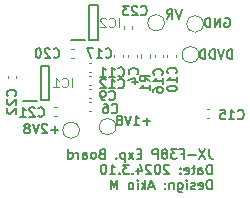
<source format=gbr>
%TF.GenerationSoftware,KiCad,Pcbnew,7.0.5*%
%TF.CreationDate,2024-03-10T15:58:08+09:00*%
%TF.ProjectId,camera_exp,63616d65-7261-45f6-9578-702e6b696361,rev?*%
%TF.SameCoordinates,Original*%
%TF.FileFunction,Legend,Bot*%
%TF.FilePolarity,Positive*%
%FSLAX46Y46*%
G04 Gerber Fmt 4.6, Leading zero omitted, Abs format (unit mm)*
G04 Created by KiCad (PCBNEW 7.0.5) date 2024-03-10 15:58:08*
%MOMM*%
%LPD*%
G01*
G04 APERTURE LIST*
%ADD10C,0.150000*%
%ADD11C,0.120000*%
%ADD12C,0.200000*%
G04 APERTURE END LIST*
D10*
X97882268Y-50218295D02*
X97882268Y-50789723D01*
X97882268Y-50789723D02*
X97920363Y-50904009D01*
X97920363Y-50904009D02*
X97996554Y-50980200D01*
X97996554Y-50980200D02*
X98110839Y-51018295D01*
X98110839Y-51018295D02*
X98187030Y-51018295D01*
X97577506Y-50218295D02*
X97044172Y-51018295D01*
X97044172Y-50218295D02*
X97577506Y-51018295D01*
X96739410Y-50713533D02*
X96129887Y-50713533D01*
X95482268Y-50599247D02*
X95748934Y-50599247D01*
X95748934Y-51018295D02*
X95748934Y-50218295D01*
X95748934Y-50218295D02*
X95367982Y-50218295D01*
X95139411Y-50218295D02*
X94644173Y-50218295D01*
X94644173Y-50218295D02*
X94910839Y-50523057D01*
X94910839Y-50523057D02*
X94796554Y-50523057D01*
X94796554Y-50523057D02*
X94720363Y-50561152D01*
X94720363Y-50561152D02*
X94682268Y-50599247D01*
X94682268Y-50599247D02*
X94644173Y-50675438D01*
X94644173Y-50675438D02*
X94644173Y-50865914D01*
X94644173Y-50865914D02*
X94682268Y-50942104D01*
X94682268Y-50942104D02*
X94720363Y-50980200D01*
X94720363Y-50980200D02*
X94796554Y-51018295D01*
X94796554Y-51018295D02*
X95025125Y-51018295D01*
X95025125Y-51018295D02*
X95101316Y-50980200D01*
X95101316Y-50980200D02*
X95139411Y-50942104D01*
X94187030Y-50561152D02*
X94263220Y-50523057D01*
X94263220Y-50523057D02*
X94301315Y-50484961D01*
X94301315Y-50484961D02*
X94339411Y-50408771D01*
X94339411Y-50408771D02*
X94339411Y-50370676D01*
X94339411Y-50370676D02*
X94301315Y-50294485D01*
X94301315Y-50294485D02*
X94263220Y-50256390D01*
X94263220Y-50256390D02*
X94187030Y-50218295D01*
X94187030Y-50218295D02*
X94034649Y-50218295D01*
X94034649Y-50218295D02*
X93958458Y-50256390D01*
X93958458Y-50256390D02*
X93920363Y-50294485D01*
X93920363Y-50294485D02*
X93882268Y-50370676D01*
X93882268Y-50370676D02*
X93882268Y-50408771D01*
X93882268Y-50408771D02*
X93920363Y-50484961D01*
X93920363Y-50484961D02*
X93958458Y-50523057D01*
X93958458Y-50523057D02*
X94034649Y-50561152D01*
X94034649Y-50561152D02*
X94187030Y-50561152D01*
X94187030Y-50561152D02*
X94263220Y-50599247D01*
X94263220Y-50599247D02*
X94301315Y-50637342D01*
X94301315Y-50637342D02*
X94339411Y-50713533D01*
X94339411Y-50713533D02*
X94339411Y-50865914D01*
X94339411Y-50865914D02*
X94301315Y-50942104D01*
X94301315Y-50942104D02*
X94263220Y-50980200D01*
X94263220Y-50980200D02*
X94187030Y-51018295D01*
X94187030Y-51018295D02*
X94034649Y-51018295D01*
X94034649Y-51018295D02*
X93958458Y-50980200D01*
X93958458Y-50980200D02*
X93920363Y-50942104D01*
X93920363Y-50942104D02*
X93882268Y-50865914D01*
X93882268Y-50865914D02*
X93882268Y-50713533D01*
X93882268Y-50713533D02*
X93920363Y-50637342D01*
X93920363Y-50637342D02*
X93958458Y-50599247D01*
X93958458Y-50599247D02*
X94034649Y-50561152D01*
X93539410Y-51018295D02*
X93539410Y-50218295D01*
X93539410Y-50218295D02*
X93234648Y-50218295D01*
X93234648Y-50218295D02*
X93158458Y-50256390D01*
X93158458Y-50256390D02*
X93120363Y-50294485D01*
X93120363Y-50294485D02*
X93082267Y-50370676D01*
X93082267Y-50370676D02*
X93082267Y-50484961D01*
X93082267Y-50484961D02*
X93120363Y-50561152D01*
X93120363Y-50561152D02*
X93158458Y-50599247D01*
X93158458Y-50599247D02*
X93234648Y-50637342D01*
X93234648Y-50637342D02*
X93539410Y-50637342D01*
X92129886Y-50599247D02*
X91863220Y-50599247D01*
X91748934Y-51018295D02*
X92129886Y-51018295D01*
X92129886Y-51018295D02*
X92129886Y-50218295D01*
X92129886Y-50218295D02*
X91748934Y-50218295D01*
X91482267Y-51018295D02*
X91063219Y-50484961D01*
X91482267Y-50484961D02*
X91063219Y-51018295D01*
X90758457Y-50484961D02*
X90758457Y-51284961D01*
X90758457Y-50523057D02*
X90682267Y-50484961D01*
X90682267Y-50484961D02*
X90529886Y-50484961D01*
X90529886Y-50484961D02*
X90453695Y-50523057D01*
X90453695Y-50523057D02*
X90415600Y-50561152D01*
X90415600Y-50561152D02*
X90377505Y-50637342D01*
X90377505Y-50637342D02*
X90377505Y-50865914D01*
X90377505Y-50865914D02*
X90415600Y-50942104D01*
X90415600Y-50942104D02*
X90453695Y-50980200D01*
X90453695Y-50980200D02*
X90529886Y-51018295D01*
X90529886Y-51018295D02*
X90682267Y-51018295D01*
X90682267Y-51018295D02*
X90758457Y-50980200D01*
X90034647Y-50942104D02*
X89996552Y-50980200D01*
X89996552Y-50980200D02*
X90034647Y-51018295D01*
X90034647Y-51018295D02*
X90072743Y-50980200D01*
X90072743Y-50980200D02*
X90034647Y-50942104D01*
X90034647Y-50942104D02*
X90034647Y-51018295D01*
X88777505Y-50599247D02*
X88663219Y-50637342D01*
X88663219Y-50637342D02*
X88625124Y-50675438D01*
X88625124Y-50675438D02*
X88587028Y-50751628D01*
X88587028Y-50751628D02*
X88587028Y-50865914D01*
X88587028Y-50865914D02*
X88625124Y-50942104D01*
X88625124Y-50942104D02*
X88663219Y-50980200D01*
X88663219Y-50980200D02*
X88739409Y-51018295D01*
X88739409Y-51018295D02*
X89044171Y-51018295D01*
X89044171Y-51018295D02*
X89044171Y-50218295D01*
X89044171Y-50218295D02*
X88777505Y-50218295D01*
X88777505Y-50218295D02*
X88701314Y-50256390D01*
X88701314Y-50256390D02*
X88663219Y-50294485D01*
X88663219Y-50294485D02*
X88625124Y-50370676D01*
X88625124Y-50370676D02*
X88625124Y-50446866D01*
X88625124Y-50446866D02*
X88663219Y-50523057D01*
X88663219Y-50523057D02*
X88701314Y-50561152D01*
X88701314Y-50561152D02*
X88777505Y-50599247D01*
X88777505Y-50599247D02*
X89044171Y-50599247D01*
X88129886Y-51018295D02*
X88206076Y-50980200D01*
X88206076Y-50980200D02*
X88244171Y-50942104D01*
X88244171Y-50942104D02*
X88282267Y-50865914D01*
X88282267Y-50865914D02*
X88282267Y-50637342D01*
X88282267Y-50637342D02*
X88244171Y-50561152D01*
X88244171Y-50561152D02*
X88206076Y-50523057D01*
X88206076Y-50523057D02*
X88129886Y-50484961D01*
X88129886Y-50484961D02*
X88015600Y-50484961D01*
X88015600Y-50484961D02*
X87939409Y-50523057D01*
X87939409Y-50523057D02*
X87901314Y-50561152D01*
X87901314Y-50561152D02*
X87863219Y-50637342D01*
X87863219Y-50637342D02*
X87863219Y-50865914D01*
X87863219Y-50865914D02*
X87901314Y-50942104D01*
X87901314Y-50942104D02*
X87939409Y-50980200D01*
X87939409Y-50980200D02*
X88015600Y-51018295D01*
X88015600Y-51018295D02*
X88129886Y-51018295D01*
X87177504Y-51018295D02*
X87177504Y-50599247D01*
X87177504Y-50599247D02*
X87215599Y-50523057D01*
X87215599Y-50523057D02*
X87291790Y-50484961D01*
X87291790Y-50484961D02*
X87444171Y-50484961D01*
X87444171Y-50484961D02*
X87520361Y-50523057D01*
X87177504Y-50980200D02*
X87253695Y-51018295D01*
X87253695Y-51018295D02*
X87444171Y-51018295D01*
X87444171Y-51018295D02*
X87520361Y-50980200D01*
X87520361Y-50980200D02*
X87558457Y-50904009D01*
X87558457Y-50904009D02*
X87558457Y-50827819D01*
X87558457Y-50827819D02*
X87520361Y-50751628D01*
X87520361Y-50751628D02*
X87444171Y-50713533D01*
X87444171Y-50713533D02*
X87253695Y-50713533D01*
X87253695Y-50713533D02*
X87177504Y-50675438D01*
X86796551Y-51018295D02*
X86796551Y-50484961D01*
X86796551Y-50637342D02*
X86758456Y-50561152D01*
X86758456Y-50561152D02*
X86720361Y-50523057D01*
X86720361Y-50523057D02*
X86644170Y-50484961D01*
X86644170Y-50484961D02*
X86567980Y-50484961D01*
X85958456Y-51018295D02*
X85958456Y-50218295D01*
X85958456Y-50980200D02*
X86034647Y-51018295D01*
X86034647Y-51018295D02*
X86187028Y-51018295D01*
X86187028Y-51018295D02*
X86263218Y-50980200D01*
X86263218Y-50980200D02*
X86301313Y-50942104D01*
X86301313Y-50942104D02*
X86339409Y-50865914D01*
X86339409Y-50865914D02*
X86339409Y-50637342D01*
X86339409Y-50637342D02*
X86301313Y-50561152D01*
X86301313Y-50561152D02*
X86263218Y-50523057D01*
X86263218Y-50523057D02*
X86187028Y-50484961D01*
X86187028Y-50484961D02*
X86034647Y-50484961D01*
X86034647Y-50484961D02*
X85958456Y-50523057D01*
X98110839Y-52306295D02*
X98110839Y-51506295D01*
X98110839Y-51506295D02*
X97920363Y-51506295D01*
X97920363Y-51506295D02*
X97806077Y-51544390D01*
X97806077Y-51544390D02*
X97729887Y-51620580D01*
X97729887Y-51620580D02*
X97691792Y-51696771D01*
X97691792Y-51696771D02*
X97653696Y-51849152D01*
X97653696Y-51849152D02*
X97653696Y-51963438D01*
X97653696Y-51963438D02*
X97691792Y-52115819D01*
X97691792Y-52115819D02*
X97729887Y-52192009D01*
X97729887Y-52192009D02*
X97806077Y-52268200D01*
X97806077Y-52268200D02*
X97920363Y-52306295D01*
X97920363Y-52306295D02*
X98110839Y-52306295D01*
X96967982Y-52306295D02*
X96967982Y-51887247D01*
X96967982Y-51887247D02*
X97006077Y-51811057D01*
X97006077Y-51811057D02*
X97082268Y-51772961D01*
X97082268Y-51772961D02*
X97234649Y-51772961D01*
X97234649Y-51772961D02*
X97310839Y-51811057D01*
X96967982Y-52268200D02*
X97044173Y-52306295D01*
X97044173Y-52306295D02*
X97234649Y-52306295D01*
X97234649Y-52306295D02*
X97310839Y-52268200D01*
X97310839Y-52268200D02*
X97348935Y-52192009D01*
X97348935Y-52192009D02*
X97348935Y-52115819D01*
X97348935Y-52115819D02*
X97310839Y-52039628D01*
X97310839Y-52039628D02*
X97234649Y-52001533D01*
X97234649Y-52001533D02*
X97044173Y-52001533D01*
X97044173Y-52001533D02*
X96967982Y-51963438D01*
X96701315Y-51772961D02*
X96396553Y-51772961D01*
X96587029Y-51506295D02*
X96587029Y-52192009D01*
X96587029Y-52192009D02*
X96548934Y-52268200D01*
X96548934Y-52268200D02*
X96472744Y-52306295D01*
X96472744Y-52306295D02*
X96396553Y-52306295D01*
X95825124Y-52268200D02*
X95901315Y-52306295D01*
X95901315Y-52306295D02*
X96053696Y-52306295D01*
X96053696Y-52306295D02*
X96129886Y-52268200D01*
X96129886Y-52268200D02*
X96167982Y-52192009D01*
X96167982Y-52192009D02*
X96167982Y-51887247D01*
X96167982Y-51887247D02*
X96129886Y-51811057D01*
X96129886Y-51811057D02*
X96053696Y-51772961D01*
X96053696Y-51772961D02*
X95901315Y-51772961D01*
X95901315Y-51772961D02*
X95825124Y-51811057D01*
X95825124Y-51811057D02*
X95787029Y-51887247D01*
X95787029Y-51887247D02*
X95787029Y-51963438D01*
X95787029Y-51963438D02*
X96167982Y-52039628D01*
X95444172Y-52230104D02*
X95406077Y-52268200D01*
X95406077Y-52268200D02*
X95444172Y-52306295D01*
X95444172Y-52306295D02*
X95482268Y-52268200D01*
X95482268Y-52268200D02*
X95444172Y-52230104D01*
X95444172Y-52230104D02*
X95444172Y-52306295D01*
X95444172Y-51811057D02*
X95406077Y-51849152D01*
X95406077Y-51849152D02*
X95444172Y-51887247D01*
X95444172Y-51887247D02*
X95482268Y-51849152D01*
X95482268Y-51849152D02*
X95444172Y-51811057D01*
X95444172Y-51811057D02*
X95444172Y-51887247D01*
X94491792Y-51582485D02*
X94453696Y-51544390D01*
X94453696Y-51544390D02*
X94377506Y-51506295D01*
X94377506Y-51506295D02*
X94187030Y-51506295D01*
X94187030Y-51506295D02*
X94110839Y-51544390D01*
X94110839Y-51544390D02*
X94072744Y-51582485D01*
X94072744Y-51582485D02*
X94034649Y-51658676D01*
X94034649Y-51658676D02*
X94034649Y-51734866D01*
X94034649Y-51734866D02*
X94072744Y-51849152D01*
X94072744Y-51849152D02*
X94529887Y-52306295D01*
X94529887Y-52306295D02*
X94034649Y-52306295D01*
X93539410Y-51506295D02*
X93463220Y-51506295D01*
X93463220Y-51506295D02*
X93387029Y-51544390D01*
X93387029Y-51544390D02*
X93348934Y-51582485D01*
X93348934Y-51582485D02*
X93310839Y-51658676D01*
X93310839Y-51658676D02*
X93272744Y-51811057D01*
X93272744Y-51811057D02*
X93272744Y-52001533D01*
X93272744Y-52001533D02*
X93310839Y-52153914D01*
X93310839Y-52153914D02*
X93348934Y-52230104D01*
X93348934Y-52230104D02*
X93387029Y-52268200D01*
X93387029Y-52268200D02*
X93463220Y-52306295D01*
X93463220Y-52306295D02*
X93539410Y-52306295D01*
X93539410Y-52306295D02*
X93615601Y-52268200D01*
X93615601Y-52268200D02*
X93653696Y-52230104D01*
X93653696Y-52230104D02*
X93691791Y-52153914D01*
X93691791Y-52153914D02*
X93729887Y-52001533D01*
X93729887Y-52001533D02*
X93729887Y-51811057D01*
X93729887Y-51811057D02*
X93691791Y-51658676D01*
X93691791Y-51658676D02*
X93653696Y-51582485D01*
X93653696Y-51582485D02*
X93615601Y-51544390D01*
X93615601Y-51544390D02*
X93539410Y-51506295D01*
X92967982Y-51582485D02*
X92929886Y-51544390D01*
X92929886Y-51544390D02*
X92853696Y-51506295D01*
X92853696Y-51506295D02*
X92663220Y-51506295D01*
X92663220Y-51506295D02*
X92587029Y-51544390D01*
X92587029Y-51544390D02*
X92548934Y-51582485D01*
X92548934Y-51582485D02*
X92510839Y-51658676D01*
X92510839Y-51658676D02*
X92510839Y-51734866D01*
X92510839Y-51734866D02*
X92548934Y-51849152D01*
X92548934Y-51849152D02*
X93006077Y-52306295D01*
X93006077Y-52306295D02*
X92510839Y-52306295D01*
X91825124Y-51772961D02*
X91825124Y-52306295D01*
X92015600Y-51468200D02*
X92206077Y-52039628D01*
X92206077Y-52039628D02*
X91710838Y-52039628D01*
X91406076Y-52230104D02*
X91367981Y-52268200D01*
X91367981Y-52268200D02*
X91406076Y-52306295D01*
X91406076Y-52306295D02*
X91444172Y-52268200D01*
X91444172Y-52268200D02*
X91406076Y-52230104D01*
X91406076Y-52230104D02*
X91406076Y-52306295D01*
X91101315Y-51506295D02*
X90606077Y-51506295D01*
X90606077Y-51506295D02*
X90872743Y-51811057D01*
X90872743Y-51811057D02*
X90758458Y-51811057D01*
X90758458Y-51811057D02*
X90682267Y-51849152D01*
X90682267Y-51849152D02*
X90644172Y-51887247D01*
X90644172Y-51887247D02*
X90606077Y-51963438D01*
X90606077Y-51963438D02*
X90606077Y-52153914D01*
X90606077Y-52153914D02*
X90644172Y-52230104D01*
X90644172Y-52230104D02*
X90682267Y-52268200D01*
X90682267Y-52268200D02*
X90758458Y-52306295D01*
X90758458Y-52306295D02*
X90987029Y-52306295D01*
X90987029Y-52306295D02*
X91063220Y-52268200D01*
X91063220Y-52268200D02*
X91101315Y-52230104D01*
X90263219Y-52230104D02*
X90225124Y-52268200D01*
X90225124Y-52268200D02*
X90263219Y-52306295D01*
X90263219Y-52306295D02*
X90301315Y-52268200D01*
X90301315Y-52268200D02*
X90263219Y-52230104D01*
X90263219Y-52230104D02*
X90263219Y-52306295D01*
X89463220Y-52306295D02*
X89920363Y-52306295D01*
X89691791Y-52306295D02*
X89691791Y-51506295D01*
X89691791Y-51506295D02*
X89767982Y-51620580D01*
X89767982Y-51620580D02*
X89844172Y-51696771D01*
X89844172Y-51696771D02*
X89920363Y-51734866D01*
X88967981Y-51506295D02*
X88891791Y-51506295D01*
X88891791Y-51506295D02*
X88815600Y-51544390D01*
X88815600Y-51544390D02*
X88777505Y-51582485D01*
X88777505Y-51582485D02*
X88739410Y-51658676D01*
X88739410Y-51658676D02*
X88701315Y-51811057D01*
X88701315Y-51811057D02*
X88701315Y-52001533D01*
X88701315Y-52001533D02*
X88739410Y-52153914D01*
X88739410Y-52153914D02*
X88777505Y-52230104D01*
X88777505Y-52230104D02*
X88815600Y-52268200D01*
X88815600Y-52268200D02*
X88891791Y-52306295D01*
X88891791Y-52306295D02*
X88967981Y-52306295D01*
X88967981Y-52306295D02*
X89044172Y-52268200D01*
X89044172Y-52268200D02*
X89082267Y-52230104D01*
X89082267Y-52230104D02*
X89120362Y-52153914D01*
X89120362Y-52153914D02*
X89158458Y-52001533D01*
X89158458Y-52001533D02*
X89158458Y-51811057D01*
X89158458Y-51811057D02*
X89120362Y-51658676D01*
X89120362Y-51658676D02*
X89082267Y-51582485D01*
X89082267Y-51582485D02*
X89044172Y-51544390D01*
X89044172Y-51544390D02*
X88967981Y-51506295D01*
X98110839Y-53594295D02*
X98110839Y-52794295D01*
X98110839Y-52794295D02*
X97920363Y-52794295D01*
X97920363Y-52794295D02*
X97806077Y-52832390D01*
X97806077Y-52832390D02*
X97729887Y-52908580D01*
X97729887Y-52908580D02*
X97691792Y-52984771D01*
X97691792Y-52984771D02*
X97653696Y-53137152D01*
X97653696Y-53137152D02*
X97653696Y-53251438D01*
X97653696Y-53251438D02*
X97691792Y-53403819D01*
X97691792Y-53403819D02*
X97729887Y-53480009D01*
X97729887Y-53480009D02*
X97806077Y-53556200D01*
X97806077Y-53556200D02*
X97920363Y-53594295D01*
X97920363Y-53594295D02*
X98110839Y-53594295D01*
X97006077Y-53556200D02*
X97082268Y-53594295D01*
X97082268Y-53594295D02*
X97234649Y-53594295D01*
X97234649Y-53594295D02*
X97310839Y-53556200D01*
X97310839Y-53556200D02*
X97348935Y-53480009D01*
X97348935Y-53480009D02*
X97348935Y-53175247D01*
X97348935Y-53175247D02*
X97310839Y-53099057D01*
X97310839Y-53099057D02*
X97234649Y-53060961D01*
X97234649Y-53060961D02*
X97082268Y-53060961D01*
X97082268Y-53060961D02*
X97006077Y-53099057D01*
X97006077Y-53099057D02*
X96967982Y-53175247D01*
X96967982Y-53175247D02*
X96967982Y-53251438D01*
X96967982Y-53251438D02*
X97348935Y-53327628D01*
X96663221Y-53556200D02*
X96587030Y-53594295D01*
X96587030Y-53594295D02*
X96434649Y-53594295D01*
X96434649Y-53594295D02*
X96358459Y-53556200D01*
X96358459Y-53556200D02*
X96320363Y-53480009D01*
X96320363Y-53480009D02*
X96320363Y-53441914D01*
X96320363Y-53441914D02*
X96358459Y-53365723D01*
X96358459Y-53365723D02*
X96434649Y-53327628D01*
X96434649Y-53327628D02*
X96548935Y-53327628D01*
X96548935Y-53327628D02*
X96625125Y-53289533D01*
X96625125Y-53289533D02*
X96663221Y-53213342D01*
X96663221Y-53213342D02*
X96663221Y-53175247D01*
X96663221Y-53175247D02*
X96625125Y-53099057D01*
X96625125Y-53099057D02*
X96548935Y-53060961D01*
X96548935Y-53060961D02*
X96434649Y-53060961D01*
X96434649Y-53060961D02*
X96358459Y-53099057D01*
X95977506Y-53594295D02*
X95977506Y-53060961D01*
X95977506Y-52794295D02*
X96015602Y-52832390D01*
X96015602Y-52832390D02*
X95977506Y-52870485D01*
X95977506Y-52870485D02*
X95939411Y-52832390D01*
X95939411Y-52832390D02*
X95977506Y-52794295D01*
X95977506Y-52794295D02*
X95977506Y-52870485D01*
X95253697Y-53060961D02*
X95253697Y-53708580D01*
X95253697Y-53708580D02*
X95291792Y-53784771D01*
X95291792Y-53784771D02*
X95329888Y-53822866D01*
X95329888Y-53822866D02*
X95406078Y-53860961D01*
X95406078Y-53860961D02*
X95520364Y-53860961D01*
X95520364Y-53860961D02*
X95596554Y-53822866D01*
X95253697Y-53556200D02*
X95329888Y-53594295D01*
X95329888Y-53594295D02*
X95482269Y-53594295D01*
X95482269Y-53594295D02*
X95558459Y-53556200D01*
X95558459Y-53556200D02*
X95596554Y-53518104D01*
X95596554Y-53518104D02*
X95634650Y-53441914D01*
X95634650Y-53441914D02*
X95634650Y-53213342D01*
X95634650Y-53213342D02*
X95596554Y-53137152D01*
X95596554Y-53137152D02*
X95558459Y-53099057D01*
X95558459Y-53099057D02*
X95482269Y-53060961D01*
X95482269Y-53060961D02*
X95329888Y-53060961D01*
X95329888Y-53060961D02*
X95253697Y-53099057D01*
X94872744Y-53060961D02*
X94872744Y-53594295D01*
X94872744Y-53137152D02*
X94834649Y-53099057D01*
X94834649Y-53099057D02*
X94758459Y-53060961D01*
X94758459Y-53060961D02*
X94644173Y-53060961D01*
X94644173Y-53060961D02*
X94567982Y-53099057D01*
X94567982Y-53099057D02*
X94529887Y-53175247D01*
X94529887Y-53175247D02*
X94529887Y-53594295D01*
X94148934Y-53518104D02*
X94110839Y-53556200D01*
X94110839Y-53556200D02*
X94148934Y-53594295D01*
X94148934Y-53594295D02*
X94187030Y-53556200D01*
X94187030Y-53556200D02*
X94148934Y-53518104D01*
X94148934Y-53518104D02*
X94148934Y-53594295D01*
X94148934Y-53099057D02*
X94110839Y-53137152D01*
X94110839Y-53137152D02*
X94148934Y-53175247D01*
X94148934Y-53175247D02*
X94187030Y-53137152D01*
X94187030Y-53137152D02*
X94148934Y-53099057D01*
X94148934Y-53099057D02*
X94148934Y-53175247D01*
X93196554Y-53365723D02*
X92815601Y-53365723D01*
X93272744Y-53594295D02*
X93006077Y-52794295D01*
X93006077Y-52794295D02*
X92739411Y-53594295D01*
X92472744Y-53594295D02*
X92472744Y-52794295D01*
X92396554Y-53289533D02*
X92167982Y-53594295D01*
X92167982Y-53060961D02*
X92472744Y-53365723D01*
X91825125Y-53594295D02*
X91825125Y-53060961D01*
X91825125Y-52794295D02*
X91863221Y-52832390D01*
X91863221Y-52832390D02*
X91825125Y-52870485D01*
X91825125Y-52870485D02*
X91787030Y-52832390D01*
X91787030Y-52832390D02*
X91825125Y-52794295D01*
X91825125Y-52794295D02*
X91825125Y-52870485D01*
X91329888Y-53594295D02*
X91406078Y-53556200D01*
X91406078Y-53556200D02*
X91444173Y-53518104D01*
X91444173Y-53518104D02*
X91482269Y-53441914D01*
X91482269Y-53441914D02*
X91482269Y-53213342D01*
X91482269Y-53213342D02*
X91444173Y-53137152D01*
X91444173Y-53137152D02*
X91406078Y-53099057D01*
X91406078Y-53099057D02*
X91329888Y-53060961D01*
X91329888Y-53060961D02*
X91215602Y-53060961D01*
X91215602Y-53060961D02*
X91139411Y-53099057D01*
X91139411Y-53099057D02*
X91101316Y-53137152D01*
X91101316Y-53137152D02*
X91063221Y-53213342D01*
X91063221Y-53213342D02*
X91063221Y-53441914D01*
X91063221Y-53441914D02*
X91101316Y-53518104D01*
X91101316Y-53518104D02*
X91139411Y-53556200D01*
X91139411Y-53556200D02*
X91215602Y-53594295D01*
X91215602Y-53594295D02*
X91329888Y-53594295D01*
X90110839Y-53594295D02*
X90110839Y-52794295D01*
X90110839Y-52794295D02*
X89844173Y-53365723D01*
X89844173Y-53365723D02*
X89577506Y-52794295D01*
X89577506Y-52794295D02*
X89577506Y-53594295D01*
%TO.C,TP5*%
X95566666Y-38362295D02*
X95299999Y-39162295D01*
X95299999Y-39162295D02*
X95033333Y-38362295D01*
X94309523Y-39162295D02*
X94576190Y-38781342D01*
X94766666Y-39162295D02*
X94766666Y-38362295D01*
X94766666Y-38362295D02*
X94461904Y-38362295D01*
X94461904Y-38362295D02*
X94385714Y-38400390D01*
X94385714Y-38400390D02*
X94347619Y-38438485D01*
X94347619Y-38438485D02*
X94309523Y-38514676D01*
X94309523Y-38514676D02*
X94309523Y-38628961D01*
X94309523Y-38628961D02*
X94347619Y-38705152D01*
X94347619Y-38705152D02*
X94385714Y-38743247D01*
X94385714Y-38743247D02*
X94461904Y-38781342D01*
X94461904Y-38781342D02*
X94766666Y-38781342D01*
%TO.C,TP4*%
X85109523Y-48557533D02*
X84500000Y-48557533D01*
X84804761Y-48862295D02*
X84804761Y-48252771D01*
X84157143Y-48138485D02*
X84119047Y-48100390D01*
X84119047Y-48100390D02*
X84042857Y-48062295D01*
X84042857Y-48062295D02*
X83852381Y-48062295D01*
X83852381Y-48062295D02*
X83776190Y-48100390D01*
X83776190Y-48100390D02*
X83738095Y-48138485D01*
X83738095Y-48138485D02*
X83700000Y-48214676D01*
X83700000Y-48214676D02*
X83700000Y-48290866D01*
X83700000Y-48290866D02*
X83738095Y-48405152D01*
X83738095Y-48405152D02*
X84195238Y-48862295D01*
X84195238Y-48862295D02*
X83700000Y-48862295D01*
X83471428Y-48062295D02*
X83204761Y-48862295D01*
X83204761Y-48862295D02*
X82938095Y-48062295D01*
X82557143Y-48405152D02*
X82633333Y-48367057D01*
X82633333Y-48367057D02*
X82671428Y-48328961D01*
X82671428Y-48328961D02*
X82709524Y-48252771D01*
X82709524Y-48252771D02*
X82709524Y-48214676D01*
X82709524Y-48214676D02*
X82671428Y-48138485D01*
X82671428Y-48138485D02*
X82633333Y-48100390D01*
X82633333Y-48100390D02*
X82557143Y-48062295D01*
X82557143Y-48062295D02*
X82404762Y-48062295D01*
X82404762Y-48062295D02*
X82328571Y-48100390D01*
X82328571Y-48100390D02*
X82290476Y-48138485D01*
X82290476Y-48138485D02*
X82252381Y-48214676D01*
X82252381Y-48214676D02*
X82252381Y-48252771D01*
X82252381Y-48252771D02*
X82290476Y-48328961D01*
X82290476Y-48328961D02*
X82328571Y-48367057D01*
X82328571Y-48367057D02*
X82404762Y-48405152D01*
X82404762Y-48405152D02*
X82557143Y-48405152D01*
X82557143Y-48405152D02*
X82633333Y-48443247D01*
X82633333Y-48443247D02*
X82671428Y-48481342D01*
X82671428Y-48481342D02*
X82709524Y-48557533D01*
X82709524Y-48557533D02*
X82709524Y-48709914D01*
X82709524Y-48709914D02*
X82671428Y-48786104D01*
X82671428Y-48786104D02*
X82633333Y-48824200D01*
X82633333Y-48824200D02*
X82557143Y-48862295D01*
X82557143Y-48862295D02*
X82404762Y-48862295D01*
X82404762Y-48862295D02*
X82328571Y-48824200D01*
X82328571Y-48824200D02*
X82290476Y-48786104D01*
X82290476Y-48786104D02*
X82252381Y-48709914D01*
X82252381Y-48709914D02*
X82252381Y-48557533D01*
X82252381Y-48557533D02*
X82290476Y-48481342D01*
X82290476Y-48481342D02*
X82328571Y-48443247D01*
X82328571Y-48443247D02*
X82404762Y-48405152D01*
%TO.C,TP3*%
X99852380Y-42562295D02*
X99852380Y-41762295D01*
X99852380Y-41762295D02*
X99661904Y-41762295D01*
X99661904Y-41762295D02*
X99547618Y-41800390D01*
X99547618Y-41800390D02*
X99471428Y-41876580D01*
X99471428Y-41876580D02*
X99433333Y-41952771D01*
X99433333Y-41952771D02*
X99395237Y-42105152D01*
X99395237Y-42105152D02*
X99395237Y-42219438D01*
X99395237Y-42219438D02*
X99433333Y-42371819D01*
X99433333Y-42371819D02*
X99471428Y-42448009D01*
X99471428Y-42448009D02*
X99547618Y-42524200D01*
X99547618Y-42524200D02*
X99661904Y-42562295D01*
X99661904Y-42562295D02*
X99852380Y-42562295D01*
X99166666Y-41762295D02*
X98899999Y-42562295D01*
X98899999Y-42562295D02*
X98633333Y-41762295D01*
X98366666Y-42562295D02*
X98366666Y-41762295D01*
X98366666Y-41762295D02*
X98176190Y-41762295D01*
X98176190Y-41762295D02*
X98061904Y-41800390D01*
X98061904Y-41800390D02*
X97985714Y-41876580D01*
X97985714Y-41876580D02*
X97947619Y-41952771D01*
X97947619Y-41952771D02*
X97909523Y-42105152D01*
X97909523Y-42105152D02*
X97909523Y-42219438D01*
X97909523Y-42219438D02*
X97947619Y-42371819D01*
X97947619Y-42371819D02*
X97985714Y-42448009D01*
X97985714Y-42448009D02*
X98061904Y-42524200D01*
X98061904Y-42524200D02*
X98176190Y-42562295D01*
X98176190Y-42562295D02*
X98366666Y-42562295D01*
X97566666Y-42562295D02*
X97566666Y-41762295D01*
X97566666Y-41762295D02*
X97376190Y-41762295D01*
X97376190Y-41762295D02*
X97261904Y-41800390D01*
X97261904Y-41800390D02*
X97185714Y-41876580D01*
X97185714Y-41876580D02*
X97147619Y-41952771D01*
X97147619Y-41952771D02*
X97109523Y-42105152D01*
X97109523Y-42105152D02*
X97109523Y-42219438D01*
X97109523Y-42219438D02*
X97147619Y-42371819D01*
X97147619Y-42371819D02*
X97185714Y-42448009D01*
X97185714Y-42448009D02*
X97261904Y-42524200D01*
X97261904Y-42524200D02*
X97376190Y-42562295D01*
X97376190Y-42562295D02*
X97566666Y-42562295D01*
%TO.C,TP2*%
X92909523Y-47857533D02*
X92300000Y-47857533D01*
X92604761Y-48162295D02*
X92604761Y-47552771D01*
X91500000Y-48162295D02*
X91957143Y-48162295D01*
X91728571Y-48162295D02*
X91728571Y-47362295D01*
X91728571Y-47362295D02*
X91804762Y-47476580D01*
X91804762Y-47476580D02*
X91880952Y-47552771D01*
X91880952Y-47552771D02*
X91957143Y-47590866D01*
X91271428Y-47362295D02*
X91004761Y-48162295D01*
X91004761Y-48162295D02*
X90738095Y-47362295D01*
X90357143Y-47705152D02*
X90433333Y-47667057D01*
X90433333Y-47667057D02*
X90471428Y-47628961D01*
X90471428Y-47628961D02*
X90509524Y-47552771D01*
X90509524Y-47552771D02*
X90509524Y-47514676D01*
X90509524Y-47514676D02*
X90471428Y-47438485D01*
X90471428Y-47438485D02*
X90433333Y-47400390D01*
X90433333Y-47400390D02*
X90357143Y-47362295D01*
X90357143Y-47362295D02*
X90204762Y-47362295D01*
X90204762Y-47362295D02*
X90128571Y-47400390D01*
X90128571Y-47400390D02*
X90090476Y-47438485D01*
X90090476Y-47438485D02*
X90052381Y-47514676D01*
X90052381Y-47514676D02*
X90052381Y-47552771D01*
X90052381Y-47552771D02*
X90090476Y-47628961D01*
X90090476Y-47628961D02*
X90128571Y-47667057D01*
X90128571Y-47667057D02*
X90204762Y-47705152D01*
X90204762Y-47705152D02*
X90357143Y-47705152D01*
X90357143Y-47705152D02*
X90433333Y-47743247D01*
X90433333Y-47743247D02*
X90471428Y-47781342D01*
X90471428Y-47781342D02*
X90509524Y-47857533D01*
X90509524Y-47857533D02*
X90509524Y-48009914D01*
X90509524Y-48009914D02*
X90471428Y-48086104D01*
X90471428Y-48086104D02*
X90433333Y-48124200D01*
X90433333Y-48124200D02*
X90357143Y-48162295D01*
X90357143Y-48162295D02*
X90204762Y-48162295D01*
X90204762Y-48162295D02*
X90128571Y-48124200D01*
X90128571Y-48124200D02*
X90090476Y-48086104D01*
X90090476Y-48086104D02*
X90052381Y-48009914D01*
X90052381Y-48009914D02*
X90052381Y-47857533D01*
X90052381Y-47857533D02*
X90090476Y-47781342D01*
X90090476Y-47781342D02*
X90128571Y-47743247D01*
X90128571Y-47743247D02*
X90204762Y-47705152D01*
%TO.C,TP1*%
X99209523Y-39100390D02*
X99285713Y-39062295D01*
X99285713Y-39062295D02*
X99399999Y-39062295D01*
X99399999Y-39062295D02*
X99514285Y-39100390D01*
X99514285Y-39100390D02*
X99590475Y-39176580D01*
X99590475Y-39176580D02*
X99628570Y-39252771D01*
X99628570Y-39252771D02*
X99666666Y-39405152D01*
X99666666Y-39405152D02*
X99666666Y-39519438D01*
X99666666Y-39519438D02*
X99628570Y-39671819D01*
X99628570Y-39671819D02*
X99590475Y-39748009D01*
X99590475Y-39748009D02*
X99514285Y-39824200D01*
X99514285Y-39824200D02*
X99399999Y-39862295D01*
X99399999Y-39862295D02*
X99323808Y-39862295D01*
X99323808Y-39862295D02*
X99209523Y-39824200D01*
X99209523Y-39824200D02*
X99171427Y-39786104D01*
X99171427Y-39786104D02*
X99171427Y-39519438D01*
X99171427Y-39519438D02*
X99323808Y-39519438D01*
X98828570Y-39862295D02*
X98828570Y-39062295D01*
X98828570Y-39062295D02*
X98371427Y-39862295D01*
X98371427Y-39862295D02*
X98371427Y-39062295D01*
X97990475Y-39862295D02*
X97990475Y-39062295D01*
X97990475Y-39062295D02*
X97799999Y-39062295D01*
X97799999Y-39062295D02*
X97685713Y-39100390D01*
X97685713Y-39100390D02*
X97609523Y-39176580D01*
X97609523Y-39176580D02*
X97571428Y-39252771D01*
X97571428Y-39252771D02*
X97533332Y-39405152D01*
X97533332Y-39405152D02*
X97533332Y-39519438D01*
X97533332Y-39519438D02*
X97571428Y-39671819D01*
X97571428Y-39671819D02*
X97609523Y-39748009D01*
X97609523Y-39748009D02*
X97685713Y-39824200D01*
X97685713Y-39824200D02*
X97799999Y-39862295D01*
X97799999Y-39862295D02*
X97990475Y-39862295D01*
%TO.C,C11*%
X90214285Y-43986104D02*
X90252381Y-44024200D01*
X90252381Y-44024200D02*
X90366666Y-44062295D01*
X90366666Y-44062295D02*
X90442857Y-44062295D01*
X90442857Y-44062295D02*
X90557143Y-44024200D01*
X90557143Y-44024200D02*
X90633333Y-43948009D01*
X90633333Y-43948009D02*
X90671428Y-43871819D01*
X90671428Y-43871819D02*
X90709524Y-43719438D01*
X90709524Y-43719438D02*
X90709524Y-43605152D01*
X90709524Y-43605152D02*
X90671428Y-43452771D01*
X90671428Y-43452771D02*
X90633333Y-43376580D01*
X90633333Y-43376580D02*
X90557143Y-43300390D01*
X90557143Y-43300390D02*
X90442857Y-43262295D01*
X90442857Y-43262295D02*
X90366666Y-43262295D01*
X90366666Y-43262295D02*
X90252381Y-43300390D01*
X90252381Y-43300390D02*
X90214285Y-43338485D01*
X89452381Y-44062295D02*
X89909524Y-44062295D01*
X89680952Y-44062295D02*
X89680952Y-43262295D01*
X89680952Y-43262295D02*
X89757143Y-43376580D01*
X89757143Y-43376580D02*
X89833333Y-43452771D01*
X89833333Y-43452771D02*
X89909524Y-43490866D01*
X88690476Y-44062295D02*
X89147619Y-44062295D01*
X88919047Y-44062295D02*
X88919047Y-43262295D01*
X88919047Y-43262295D02*
X88995238Y-43376580D01*
X88995238Y-43376580D02*
X89071428Y-43452771D01*
X89071428Y-43452771D02*
X89147619Y-43490866D01*
%TO.C,R1*%
X92862295Y-44466667D02*
X92481342Y-44200000D01*
X92862295Y-44009524D02*
X92062295Y-44009524D01*
X92062295Y-44009524D02*
X92062295Y-44314286D01*
X92062295Y-44314286D02*
X92100390Y-44390476D01*
X92100390Y-44390476D02*
X92138485Y-44428571D01*
X92138485Y-44428571D02*
X92214676Y-44466667D01*
X92214676Y-44466667D02*
X92328961Y-44466667D01*
X92328961Y-44466667D02*
X92405152Y-44428571D01*
X92405152Y-44428571D02*
X92443247Y-44390476D01*
X92443247Y-44390476D02*
X92481342Y-44314286D01*
X92481342Y-44314286D02*
X92481342Y-44009524D01*
X92862295Y-45228571D02*
X92862295Y-44771428D01*
X92862295Y-45000000D02*
X92062295Y-45000000D01*
X92062295Y-45000000D02*
X92176580Y-44923809D01*
X92176580Y-44923809D02*
X92252771Y-44847619D01*
X92252771Y-44847619D02*
X92290866Y-44771428D01*
%TO.C,C22*%
X81486104Y-45685714D02*
X81524200Y-45647618D01*
X81524200Y-45647618D02*
X81562295Y-45533333D01*
X81562295Y-45533333D02*
X81562295Y-45457142D01*
X81562295Y-45457142D02*
X81524200Y-45342856D01*
X81524200Y-45342856D02*
X81448009Y-45266666D01*
X81448009Y-45266666D02*
X81371819Y-45228571D01*
X81371819Y-45228571D02*
X81219438Y-45190475D01*
X81219438Y-45190475D02*
X81105152Y-45190475D01*
X81105152Y-45190475D02*
X80952771Y-45228571D01*
X80952771Y-45228571D02*
X80876580Y-45266666D01*
X80876580Y-45266666D02*
X80800390Y-45342856D01*
X80800390Y-45342856D02*
X80762295Y-45457142D01*
X80762295Y-45457142D02*
X80762295Y-45533333D01*
X80762295Y-45533333D02*
X80800390Y-45647618D01*
X80800390Y-45647618D02*
X80838485Y-45685714D01*
X80838485Y-45990475D02*
X80800390Y-46028571D01*
X80800390Y-46028571D02*
X80762295Y-46104761D01*
X80762295Y-46104761D02*
X80762295Y-46295237D01*
X80762295Y-46295237D02*
X80800390Y-46371428D01*
X80800390Y-46371428D02*
X80838485Y-46409523D01*
X80838485Y-46409523D02*
X80914676Y-46447618D01*
X80914676Y-46447618D02*
X80990866Y-46447618D01*
X80990866Y-46447618D02*
X81105152Y-46409523D01*
X81105152Y-46409523D02*
X81562295Y-45952380D01*
X81562295Y-45952380D02*
X81562295Y-46447618D01*
X80838485Y-46752380D02*
X80800390Y-46790476D01*
X80800390Y-46790476D02*
X80762295Y-46866666D01*
X80762295Y-46866666D02*
X80762295Y-47057142D01*
X80762295Y-47057142D02*
X80800390Y-47133333D01*
X80800390Y-47133333D02*
X80838485Y-47171428D01*
X80838485Y-47171428D02*
X80914676Y-47209523D01*
X80914676Y-47209523D02*
X80990866Y-47209523D01*
X80990866Y-47209523D02*
X81105152Y-47171428D01*
X81105152Y-47171428D02*
X81562295Y-46714285D01*
X81562295Y-46714285D02*
X81562295Y-47209523D01*
%TO.C,C20*%
X84714285Y-42386104D02*
X84752381Y-42424200D01*
X84752381Y-42424200D02*
X84866666Y-42462295D01*
X84866666Y-42462295D02*
X84942857Y-42462295D01*
X84942857Y-42462295D02*
X85057143Y-42424200D01*
X85057143Y-42424200D02*
X85133333Y-42348009D01*
X85133333Y-42348009D02*
X85171428Y-42271819D01*
X85171428Y-42271819D02*
X85209524Y-42119438D01*
X85209524Y-42119438D02*
X85209524Y-42005152D01*
X85209524Y-42005152D02*
X85171428Y-41852771D01*
X85171428Y-41852771D02*
X85133333Y-41776580D01*
X85133333Y-41776580D02*
X85057143Y-41700390D01*
X85057143Y-41700390D02*
X84942857Y-41662295D01*
X84942857Y-41662295D02*
X84866666Y-41662295D01*
X84866666Y-41662295D02*
X84752381Y-41700390D01*
X84752381Y-41700390D02*
X84714285Y-41738485D01*
X84409524Y-41738485D02*
X84371428Y-41700390D01*
X84371428Y-41700390D02*
X84295238Y-41662295D01*
X84295238Y-41662295D02*
X84104762Y-41662295D01*
X84104762Y-41662295D02*
X84028571Y-41700390D01*
X84028571Y-41700390D02*
X83990476Y-41738485D01*
X83990476Y-41738485D02*
X83952381Y-41814676D01*
X83952381Y-41814676D02*
X83952381Y-41890866D01*
X83952381Y-41890866D02*
X83990476Y-42005152D01*
X83990476Y-42005152D02*
X84447619Y-42462295D01*
X84447619Y-42462295D02*
X83952381Y-42462295D01*
X83457142Y-41662295D02*
X83380952Y-41662295D01*
X83380952Y-41662295D02*
X83304761Y-41700390D01*
X83304761Y-41700390D02*
X83266666Y-41738485D01*
X83266666Y-41738485D02*
X83228571Y-41814676D01*
X83228571Y-41814676D02*
X83190476Y-41967057D01*
X83190476Y-41967057D02*
X83190476Y-42157533D01*
X83190476Y-42157533D02*
X83228571Y-42309914D01*
X83228571Y-42309914D02*
X83266666Y-42386104D01*
X83266666Y-42386104D02*
X83304761Y-42424200D01*
X83304761Y-42424200D02*
X83380952Y-42462295D01*
X83380952Y-42462295D02*
X83457142Y-42462295D01*
X83457142Y-42462295D02*
X83533333Y-42424200D01*
X83533333Y-42424200D02*
X83571428Y-42386104D01*
X83571428Y-42386104D02*
X83609523Y-42309914D01*
X83609523Y-42309914D02*
X83647619Y-42157533D01*
X83647619Y-42157533D02*
X83647619Y-41967057D01*
X83647619Y-41967057D02*
X83609523Y-41814676D01*
X83609523Y-41814676D02*
X83571428Y-41738485D01*
X83571428Y-41738485D02*
X83533333Y-41700390D01*
X83533333Y-41700390D02*
X83457142Y-41662295D01*
D11*
%TO.C,IC1*%
X86280951Y-44963855D02*
X86280951Y-44163855D01*
X85442856Y-44887664D02*
X85480952Y-44925760D01*
X85480952Y-44925760D02*
X85595237Y-44963855D01*
X85595237Y-44963855D02*
X85671428Y-44963855D01*
X85671428Y-44963855D02*
X85785714Y-44925760D01*
X85785714Y-44925760D02*
X85861904Y-44849569D01*
X85861904Y-44849569D02*
X85899999Y-44773379D01*
X85899999Y-44773379D02*
X85938095Y-44620998D01*
X85938095Y-44620998D02*
X85938095Y-44506712D01*
X85938095Y-44506712D02*
X85899999Y-44354331D01*
X85899999Y-44354331D02*
X85861904Y-44278140D01*
X85861904Y-44278140D02*
X85785714Y-44201950D01*
X85785714Y-44201950D02*
X85671428Y-44163855D01*
X85671428Y-44163855D02*
X85595237Y-44163855D01*
X85595237Y-44163855D02*
X85480952Y-44201950D01*
X85480952Y-44201950D02*
X85442856Y-44240045D01*
X84680952Y-44963855D02*
X85138095Y-44963855D01*
X84909523Y-44963855D02*
X84909523Y-44163855D01*
X84909523Y-44163855D02*
X84985714Y-44278140D01*
X84985714Y-44278140D02*
X85061904Y-44354331D01*
X85061904Y-44354331D02*
X85138095Y-44392426D01*
D10*
%TO.C,C21*%
X83414285Y-47386104D02*
X83452381Y-47424200D01*
X83452381Y-47424200D02*
X83566666Y-47462295D01*
X83566666Y-47462295D02*
X83642857Y-47462295D01*
X83642857Y-47462295D02*
X83757143Y-47424200D01*
X83757143Y-47424200D02*
X83833333Y-47348009D01*
X83833333Y-47348009D02*
X83871428Y-47271819D01*
X83871428Y-47271819D02*
X83909524Y-47119438D01*
X83909524Y-47119438D02*
X83909524Y-47005152D01*
X83909524Y-47005152D02*
X83871428Y-46852771D01*
X83871428Y-46852771D02*
X83833333Y-46776580D01*
X83833333Y-46776580D02*
X83757143Y-46700390D01*
X83757143Y-46700390D02*
X83642857Y-46662295D01*
X83642857Y-46662295D02*
X83566666Y-46662295D01*
X83566666Y-46662295D02*
X83452381Y-46700390D01*
X83452381Y-46700390D02*
X83414285Y-46738485D01*
X83109524Y-46738485D02*
X83071428Y-46700390D01*
X83071428Y-46700390D02*
X82995238Y-46662295D01*
X82995238Y-46662295D02*
X82804762Y-46662295D01*
X82804762Y-46662295D02*
X82728571Y-46700390D01*
X82728571Y-46700390D02*
X82690476Y-46738485D01*
X82690476Y-46738485D02*
X82652381Y-46814676D01*
X82652381Y-46814676D02*
X82652381Y-46890866D01*
X82652381Y-46890866D02*
X82690476Y-47005152D01*
X82690476Y-47005152D02*
X83147619Y-47462295D01*
X83147619Y-47462295D02*
X82652381Y-47462295D01*
X81890476Y-47462295D02*
X82347619Y-47462295D01*
X82119047Y-47462295D02*
X82119047Y-46662295D01*
X82119047Y-46662295D02*
X82195238Y-46776580D01*
X82195238Y-46776580D02*
X82271428Y-46852771D01*
X82271428Y-46852771D02*
X82347619Y-46890866D01*
D11*
%TO.C,IC2*%
X90280951Y-39863855D02*
X90280951Y-39063855D01*
X89442856Y-39787664D02*
X89480952Y-39825760D01*
X89480952Y-39825760D02*
X89595237Y-39863855D01*
X89595237Y-39863855D02*
X89671428Y-39863855D01*
X89671428Y-39863855D02*
X89785714Y-39825760D01*
X89785714Y-39825760D02*
X89861904Y-39749569D01*
X89861904Y-39749569D02*
X89899999Y-39673379D01*
X89899999Y-39673379D02*
X89938095Y-39520998D01*
X89938095Y-39520998D02*
X89938095Y-39406712D01*
X89938095Y-39406712D02*
X89899999Y-39254331D01*
X89899999Y-39254331D02*
X89861904Y-39178140D01*
X89861904Y-39178140D02*
X89785714Y-39101950D01*
X89785714Y-39101950D02*
X89671428Y-39063855D01*
X89671428Y-39063855D02*
X89595237Y-39063855D01*
X89595237Y-39063855D02*
X89480952Y-39101950D01*
X89480952Y-39101950D02*
X89442856Y-39140045D01*
X89138095Y-39140045D02*
X89099999Y-39101950D01*
X89099999Y-39101950D02*
X89023809Y-39063855D01*
X89023809Y-39063855D02*
X88833333Y-39063855D01*
X88833333Y-39063855D02*
X88757142Y-39101950D01*
X88757142Y-39101950D02*
X88719047Y-39140045D01*
X88719047Y-39140045D02*
X88680952Y-39216236D01*
X88680952Y-39216236D02*
X88680952Y-39292426D01*
X88680952Y-39292426D02*
X88719047Y-39406712D01*
X88719047Y-39406712D02*
X89176190Y-39863855D01*
X89176190Y-39863855D02*
X88680952Y-39863855D01*
D10*
%TO.C,C15*%
X100314285Y-47586104D02*
X100352381Y-47624200D01*
X100352381Y-47624200D02*
X100466666Y-47662295D01*
X100466666Y-47662295D02*
X100542857Y-47662295D01*
X100542857Y-47662295D02*
X100657143Y-47624200D01*
X100657143Y-47624200D02*
X100733333Y-47548009D01*
X100733333Y-47548009D02*
X100771428Y-47471819D01*
X100771428Y-47471819D02*
X100809524Y-47319438D01*
X100809524Y-47319438D02*
X100809524Y-47205152D01*
X100809524Y-47205152D02*
X100771428Y-47052771D01*
X100771428Y-47052771D02*
X100733333Y-46976580D01*
X100733333Y-46976580D02*
X100657143Y-46900390D01*
X100657143Y-46900390D02*
X100542857Y-46862295D01*
X100542857Y-46862295D02*
X100466666Y-46862295D01*
X100466666Y-46862295D02*
X100352381Y-46900390D01*
X100352381Y-46900390D02*
X100314285Y-46938485D01*
X99552381Y-47662295D02*
X100009524Y-47662295D01*
X99780952Y-47662295D02*
X99780952Y-46862295D01*
X99780952Y-46862295D02*
X99857143Y-46976580D01*
X99857143Y-46976580D02*
X99933333Y-47052771D01*
X99933333Y-47052771D02*
X100009524Y-47090866D01*
X98828571Y-46862295D02*
X99209523Y-46862295D01*
X99209523Y-46862295D02*
X99247619Y-47243247D01*
X99247619Y-47243247D02*
X99209523Y-47205152D01*
X99209523Y-47205152D02*
X99133333Y-47167057D01*
X99133333Y-47167057D02*
X98942857Y-47167057D01*
X98942857Y-47167057D02*
X98866666Y-47205152D01*
X98866666Y-47205152D02*
X98828571Y-47243247D01*
X98828571Y-47243247D02*
X98790476Y-47319438D01*
X98790476Y-47319438D02*
X98790476Y-47509914D01*
X98790476Y-47509914D02*
X98828571Y-47586104D01*
X98828571Y-47586104D02*
X98866666Y-47624200D01*
X98866666Y-47624200D02*
X98942857Y-47662295D01*
X98942857Y-47662295D02*
X99133333Y-47662295D01*
X99133333Y-47662295D02*
X99209523Y-47624200D01*
X99209523Y-47624200D02*
X99247619Y-47586104D01*
%TO.C,C10*%
X95086104Y-43785714D02*
X95124200Y-43747618D01*
X95124200Y-43747618D02*
X95162295Y-43633333D01*
X95162295Y-43633333D02*
X95162295Y-43557142D01*
X95162295Y-43557142D02*
X95124200Y-43442856D01*
X95124200Y-43442856D02*
X95048009Y-43366666D01*
X95048009Y-43366666D02*
X94971819Y-43328571D01*
X94971819Y-43328571D02*
X94819438Y-43290475D01*
X94819438Y-43290475D02*
X94705152Y-43290475D01*
X94705152Y-43290475D02*
X94552771Y-43328571D01*
X94552771Y-43328571D02*
X94476580Y-43366666D01*
X94476580Y-43366666D02*
X94400390Y-43442856D01*
X94400390Y-43442856D02*
X94362295Y-43557142D01*
X94362295Y-43557142D02*
X94362295Y-43633333D01*
X94362295Y-43633333D02*
X94400390Y-43747618D01*
X94400390Y-43747618D02*
X94438485Y-43785714D01*
X95162295Y-44547618D02*
X95162295Y-44090475D01*
X95162295Y-44319047D02*
X94362295Y-44319047D01*
X94362295Y-44319047D02*
X94476580Y-44242856D01*
X94476580Y-44242856D02*
X94552771Y-44166666D01*
X94552771Y-44166666D02*
X94590866Y-44090475D01*
X94362295Y-45042857D02*
X94362295Y-45119047D01*
X94362295Y-45119047D02*
X94400390Y-45195238D01*
X94400390Y-45195238D02*
X94438485Y-45233333D01*
X94438485Y-45233333D02*
X94514676Y-45271428D01*
X94514676Y-45271428D02*
X94667057Y-45309523D01*
X94667057Y-45309523D02*
X94857533Y-45309523D01*
X94857533Y-45309523D02*
X95009914Y-45271428D01*
X95009914Y-45271428D02*
X95086104Y-45233333D01*
X95086104Y-45233333D02*
X95124200Y-45195238D01*
X95124200Y-45195238D02*
X95162295Y-45119047D01*
X95162295Y-45119047D02*
X95162295Y-45042857D01*
X95162295Y-45042857D02*
X95124200Y-44966666D01*
X95124200Y-44966666D02*
X95086104Y-44928571D01*
X95086104Y-44928571D02*
X95009914Y-44890476D01*
X95009914Y-44890476D02*
X94857533Y-44852380D01*
X94857533Y-44852380D02*
X94667057Y-44852380D01*
X94667057Y-44852380D02*
X94514676Y-44890476D01*
X94514676Y-44890476D02*
X94438485Y-44928571D01*
X94438485Y-44928571D02*
X94400390Y-44966666D01*
X94400390Y-44966666D02*
X94362295Y-45042857D01*
%TO.C,C9*%
X89433332Y-45986104D02*
X89471428Y-46024200D01*
X89471428Y-46024200D02*
X89585713Y-46062295D01*
X89585713Y-46062295D02*
X89661904Y-46062295D01*
X89661904Y-46062295D02*
X89776190Y-46024200D01*
X89776190Y-46024200D02*
X89852380Y-45948009D01*
X89852380Y-45948009D02*
X89890475Y-45871819D01*
X89890475Y-45871819D02*
X89928571Y-45719438D01*
X89928571Y-45719438D02*
X89928571Y-45605152D01*
X89928571Y-45605152D02*
X89890475Y-45452771D01*
X89890475Y-45452771D02*
X89852380Y-45376580D01*
X89852380Y-45376580D02*
X89776190Y-45300390D01*
X89776190Y-45300390D02*
X89661904Y-45262295D01*
X89661904Y-45262295D02*
X89585713Y-45262295D01*
X89585713Y-45262295D02*
X89471428Y-45300390D01*
X89471428Y-45300390D02*
X89433332Y-45338485D01*
X89052380Y-46062295D02*
X88899999Y-46062295D01*
X88899999Y-46062295D02*
X88823809Y-46024200D01*
X88823809Y-46024200D02*
X88785713Y-45986104D01*
X88785713Y-45986104D02*
X88709523Y-45871819D01*
X88709523Y-45871819D02*
X88671428Y-45719438D01*
X88671428Y-45719438D02*
X88671428Y-45414676D01*
X88671428Y-45414676D02*
X88709523Y-45338485D01*
X88709523Y-45338485D02*
X88747618Y-45300390D01*
X88747618Y-45300390D02*
X88823809Y-45262295D01*
X88823809Y-45262295D02*
X88976190Y-45262295D01*
X88976190Y-45262295D02*
X89052380Y-45300390D01*
X89052380Y-45300390D02*
X89090475Y-45338485D01*
X89090475Y-45338485D02*
X89128571Y-45414676D01*
X89128571Y-45414676D02*
X89128571Y-45605152D01*
X89128571Y-45605152D02*
X89090475Y-45681342D01*
X89090475Y-45681342D02*
X89052380Y-45719438D01*
X89052380Y-45719438D02*
X88976190Y-45757533D01*
X88976190Y-45757533D02*
X88823809Y-45757533D01*
X88823809Y-45757533D02*
X88747618Y-45719438D01*
X88747618Y-45719438D02*
X88709523Y-45681342D01*
X88709523Y-45681342D02*
X88671428Y-45605152D01*
%TO.C,C4*%
X91786104Y-43866667D02*
X91824200Y-43828571D01*
X91824200Y-43828571D02*
X91862295Y-43714286D01*
X91862295Y-43714286D02*
X91862295Y-43638095D01*
X91862295Y-43638095D02*
X91824200Y-43523809D01*
X91824200Y-43523809D02*
X91748009Y-43447619D01*
X91748009Y-43447619D02*
X91671819Y-43409524D01*
X91671819Y-43409524D02*
X91519438Y-43371428D01*
X91519438Y-43371428D02*
X91405152Y-43371428D01*
X91405152Y-43371428D02*
X91252771Y-43409524D01*
X91252771Y-43409524D02*
X91176580Y-43447619D01*
X91176580Y-43447619D02*
X91100390Y-43523809D01*
X91100390Y-43523809D02*
X91062295Y-43638095D01*
X91062295Y-43638095D02*
X91062295Y-43714286D01*
X91062295Y-43714286D02*
X91100390Y-43828571D01*
X91100390Y-43828571D02*
X91138485Y-43866667D01*
X91328961Y-44552381D02*
X91862295Y-44552381D01*
X91024200Y-44361905D02*
X91595628Y-44171428D01*
X91595628Y-44171428D02*
X91595628Y-44666667D01*
%TO.C,C17*%
X89114285Y-42386104D02*
X89152381Y-42424200D01*
X89152381Y-42424200D02*
X89266666Y-42462295D01*
X89266666Y-42462295D02*
X89342857Y-42462295D01*
X89342857Y-42462295D02*
X89457143Y-42424200D01*
X89457143Y-42424200D02*
X89533333Y-42348009D01*
X89533333Y-42348009D02*
X89571428Y-42271819D01*
X89571428Y-42271819D02*
X89609524Y-42119438D01*
X89609524Y-42119438D02*
X89609524Y-42005152D01*
X89609524Y-42005152D02*
X89571428Y-41852771D01*
X89571428Y-41852771D02*
X89533333Y-41776580D01*
X89533333Y-41776580D02*
X89457143Y-41700390D01*
X89457143Y-41700390D02*
X89342857Y-41662295D01*
X89342857Y-41662295D02*
X89266666Y-41662295D01*
X89266666Y-41662295D02*
X89152381Y-41700390D01*
X89152381Y-41700390D02*
X89114285Y-41738485D01*
X88352381Y-42462295D02*
X88809524Y-42462295D01*
X88580952Y-42462295D02*
X88580952Y-41662295D01*
X88580952Y-41662295D02*
X88657143Y-41776580D01*
X88657143Y-41776580D02*
X88733333Y-41852771D01*
X88733333Y-41852771D02*
X88809524Y-41890866D01*
X88085714Y-41662295D02*
X87552380Y-41662295D01*
X87552380Y-41662295D02*
X87895238Y-42462295D01*
%TO.C,C6*%
X89633332Y-47086104D02*
X89671428Y-47124200D01*
X89671428Y-47124200D02*
X89785713Y-47162295D01*
X89785713Y-47162295D02*
X89861904Y-47162295D01*
X89861904Y-47162295D02*
X89976190Y-47124200D01*
X89976190Y-47124200D02*
X90052380Y-47048009D01*
X90052380Y-47048009D02*
X90090475Y-46971819D01*
X90090475Y-46971819D02*
X90128571Y-46819438D01*
X90128571Y-46819438D02*
X90128571Y-46705152D01*
X90128571Y-46705152D02*
X90090475Y-46552771D01*
X90090475Y-46552771D02*
X90052380Y-46476580D01*
X90052380Y-46476580D02*
X89976190Y-46400390D01*
X89976190Y-46400390D02*
X89861904Y-46362295D01*
X89861904Y-46362295D02*
X89785713Y-46362295D01*
X89785713Y-46362295D02*
X89671428Y-46400390D01*
X89671428Y-46400390D02*
X89633332Y-46438485D01*
X88947618Y-46362295D02*
X89099999Y-46362295D01*
X89099999Y-46362295D02*
X89176190Y-46400390D01*
X89176190Y-46400390D02*
X89214285Y-46438485D01*
X89214285Y-46438485D02*
X89290475Y-46552771D01*
X89290475Y-46552771D02*
X89328571Y-46705152D01*
X89328571Y-46705152D02*
X89328571Y-47009914D01*
X89328571Y-47009914D02*
X89290475Y-47086104D01*
X89290475Y-47086104D02*
X89252380Y-47124200D01*
X89252380Y-47124200D02*
X89176190Y-47162295D01*
X89176190Y-47162295D02*
X89023809Y-47162295D01*
X89023809Y-47162295D02*
X88947618Y-47124200D01*
X88947618Y-47124200D02*
X88909523Y-47086104D01*
X88909523Y-47086104D02*
X88871428Y-47009914D01*
X88871428Y-47009914D02*
X88871428Y-46819438D01*
X88871428Y-46819438D02*
X88909523Y-46743247D01*
X88909523Y-46743247D02*
X88947618Y-46705152D01*
X88947618Y-46705152D02*
X89023809Y-46667057D01*
X89023809Y-46667057D02*
X89176190Y-46667057D01*
X89176190Y-46667057D02*
X89252380Y-46705152D01*
X89252380Y-46705152D02*
X89290475Y-46743247D01*
X89290475Y-46743247D02*
X89328571Y-46819438D01*
%TO.C,C23*%
X92114285Y-38786104D02*
X92152381Y-38824200D01*
X92152381Y-38824200D02*
X92266666Y-38862295D01*
X92266666Y-38862295D02*
X92342857Y-38862295D01*
X92342857Y-38862295D02*
X92457143Y-38824200D01*
X92457143Y-38824200D02*
X92533333Y-38748009D01*
X92533333Y-38748009D02*
X92571428Y-38671819D01*
X92571428Y-38671819D02*
X92609524Y-38519438D01*
X92609524Y-38519438D02*
X92609524Y-38405152D01*
X92609524Y-38405152D02*
X92571428Y-38252771D01*
X92571428Y-38252771D02*
X92533333Y-38176580D01*
X92533333Y-38176580D02*
X92457143Y-38100390D01*
X92457143Y-38100390D02*
X92342857Y-38062295D01*
X92342857Y-38062295D02*
X92266666Y-38062295D01*
X92266666Y-38062295D02*
X92152381Y-38100390D01*
X92152381Y-38100390D02*
X92114285Y-38138485D01*
X91809524Y-38138485D02*
X91771428Y-38100390D01*
X91771428Y-38100390D02*
X91695238Y-38062295D01*
X91695238Y-38062295D02*
X91504762Y-38062295D01*
X91504762Y-38062295D02*
X91428571Y-38100390D01*
X91428571Y-38100390D02*
X91390476Y-38138485D01*
X91390476Y-38138485D02*
X91352381Y-38214676D01*
X91352381Y-38214676D02*
X91352381Y-38290866D01*
X91352381Y-38290866D02*
X91390476Y-38405152D01*
X91390476Y-38405152D02*
X91847619Y-38862295D01*
X91847619Y-38862295D02*
X91352381Y-38862295D01*
X91085714Y-38062295D02*
X90590476Y-38062295D01*
X90590476Y-38062295D02*
X90857142Y-38367057D01*
X90857142Y-38367057D02*
X90742857Y-38367057D01*
X90742857Y-38367057D02*
X90666666Y-38405152D01*
X90666666Y-38405152D02*
X90628571Y-38443247D01*
X90628571Y-38443247D02*
X90590476Y-38519438D01*
X90590476Y-38519438D02*
X90590476Y-38709914D01*
X90590476Y-38709914D02*
X90628571Y-38786104D01*
X90628571Y-38786104D02*
X90666666Y-38824200D01*
X90666666Y-38824200D02*
X90742857Y-38862295D01*
X90742857Y-38862295D02*
X90971428Y-38862295D01*
X90971428Y-38862295D02*
X91047619Y-38824200D01*
X91047619Y-38824200D02*
X91085714Y-38786104D01*
%TO.C,C12*%
X90214285Y-44986104D02*
X90252381Y-45024200D01*
X90252381Y-45024200D02*
X90366666Y-45062295D01*
X90366666Y-45062295D02*
X90442857Y-45062295D01*
X90442857Y-45062295D02*
X90557143Y-45024200D01*
X90557143Y-45024200D02*
X90633333Y-44948009D01*
X90633333Y-44948009D02*
X90671428Y-44871819D01*
X90671428Y-44871819D02*
X90709524Y-44719438D01*
X90709524Y-44719438D02*
X90709524Y-44605152D01*
X90709524Y-44605152D02*
X90671428Y-44452771D01*
X90671428Y-44452771D02*
X90633333Y-44376580D01*
X90633333Y-44376580D02*
X90557143Y-44300390D01*
X90557143Y-44300390D02*
X90442857Y-44262295D01*
X90442857Y-44262295D02*
X90366666Y-44262295D01*
X90366666Y-44262295D02*
X90252381Y-44300390D01*
X90252381Y-44300390D02*
X90214285Y-44338485D01*
X89452381Y-45062295D02*
X89909524Y-45062295D01*
X89680952Y-45062295D02*
X89680952Y-44262295D01*
X89680952Y-44262295D02*
X89757143Y-44376580D01*
X89757143Y-44376580D02*
X89833333Y-44452771D01*
X89833333Y-44452771D02*
X89909524Y-44490866D01*
X89147619Y-44338485D02*
X89109523Y-44300390D01*
X89109523Y-44300390D02*
X89033333Y-44262295D01*
X89033333Y-44262295D02*
X88842857Y-44262295D01*
X88842857Y-44262295D02*
X88766666Y-44300390D01*
X88766666Y-44300390D02*
X88728571Y-44338485D01*
X88728571Y-44338485D02*
X88690476Y-44414676D01*
X88690476Y-44414676D02*
X88690476Y-44490866D01*
X88690476Y-44490866D02*
X88728571Y-44605152D01*
X88728571Y-44605152D02*
X89185714Y-45062295D01*
X89185714Y-45062295D02*
X88690476Y-45062295D01*
%TO.C,C16*%
X93886104Y-43885714D02*
X93924200Y-43847618D01*
X93924200Y-43847618D02*
X93962295Y-43733333D01*
X93962295Y-43733333D02*
X93962295Y-43657142D01*
X93962295Y-43657142D02*
X93924200Y-43542856D01*
X93924200Y-43542856D02*
X93848009Y-43466666D01*
X93848009Y-43466666D02*
X93771819Y-43428571D01*
X93771819Y-43428571D02*
X93619438Y-43390475D01*
X93619438Y-43390475D02*
X93505152Y-43390475D01*
X93505152Y-43390475D02*
X93352771Y-43428571D01*
X93352771Y-43428571D02*
X93276580Y-43466666D01*
X93276580Y-43466666D02*
X93200390Y-43542856D01*
X93200390Y-43542856D02*
X93162295Y-43657142D01*
X93162295Y-43657142D02*
X93162295Y-43733333D01*
X93162295Y-43733333D02*
X93200390Y-43847618D01*
X93200390Y-43847618D02*
X93238485Y-43885714D01*
X93962295Y-44647618D02*
X93962295Y-44190475D01*
X93962295Y-44419047D02*
X93162295Y-44419047D01*
X93162295Y-44419047D02*
X93276580Y-44342856D01*
X93276580Y-44342856D02*
X93352771Y-44266666D01*
X93352771Y-44266666D02*
X93390866Y-44190475D01*
X93162295Y-45333333D02*
X93162295Y-45180952D01*
X93162295Y-45180952D02*
X93200390Y-45104761D01*
X93200390Y-45104761D02*
X93238485Y-45066666D01*
X93238485Y-45066666D02*
X93352771Y-44990476D01*
X93352771Y-44990476D02*
X93505152Y-44952380D01*
X93505152Y-44952380D02*
X93809914Y-44952380D01*
X93809914Y-44952380D02*
X93886104Y-44990476D01*
X93886104Y-44990476D02*
X93924200Y-45028571D01*
X93924200Y-45028571D02*
X93962295Y-45104761D01*
X93962295Y-45104761D02*
X93962295Y-45257142D01*
X93962295Y-45257142D02*
X93924200Y-45333333D01*
X93924200Y-45333333D02*
X93886104Y-45371428D01*
X93886104Y-45371428D02*
X93809914Y-45409523D01*
X93809914Y-45409523D02*
X93619438Y-45409523D01*
X93619438Y-45409523D02*
X93543247Y-45371428D01*
X93543247Y-45371428D02*
X93505152Y-45333333D01*
X93505152Y-45333333D02*
X93467057Y-45257142D01*
X93467057Y-45257142D02*
X93467057Y-45104761D01*
X93467057Y-45104761D02*
X93505152Y-45028571D01*
X93505152Y-45028571D02*
X93543247Y-44990476D01*
X93543247Y-44990476D02*
X93619438Y-44952380D01*
D11*
%TO.C,TP5*%
X94100000Y-39500000D02*
G75*
G03*
X94100000Y-39500000I-700000J0D01*
G01*
%TO.C,TP4*%
X86900000Y-48600000D02*
G75*
G03*
X86900000Y-48600000I-700000J0D01*
G01*
%TO.C,TP3*%
X97000000Y-42200000D02*
G75*
G03*
X97000000Y-42200000I-700000J0D01*
G01*
%TO.C,TP2*%
X90000000Y-48300000D02*
G75*
G03*
X90000000Y-48300000I-700000J0D01*
G01*
%TO.C,TP1*%
X97400000Y-39600000D02*
G75*
G03*
X97400000Y-39600000I-700000J0D01*
G01*
%TO.C,C11*%
X87907836Y-42940000D02*
X87692164Y-42940000D01*
X87907836Y-43660000D02*
X87692164Y-43660000D01*
%TO.C,R1*%
X92120000Y-42156359D02*
X92120000Y-42463641D01*
X92880000Y-42156359D02*
X92880000Y-42463641D01*
%TO.C,C22*%
X80840000Y-43992164D02*
X80840000Y-44207836D01*
X81560000Y-43992164D02*
X81560000Y-44207836D01*
%TO.C,C20*%
X86407836Y-41740000D02*
X86192164Y-41740000D01*
X86407836Y-42460000D02*
X86192164Y-42460000D01*
D12*
%TO.C,IC1*%
X82100000Y-46100000D02*
X83300000Y-46100000D01*
X83650000Y-46068000D02*
X84350000Y-46068000D01*
X83650000Y-43132000D02*
X83650000Y-46068000D01*
X84350000Y-46068000D02*
X84350000Y-43132000D01*
X84350000Y-43132000D02*
X83650000Y-43132000D01*
D11*
%TO.C,C21*%
X84987836Y-46640000D02*
X84772164Y-46640000D01*
X84987836Y-47360000D02*
X84772164Y-47360000D01*
D12*
%TO.C,IC2*%
X86200000Y-41000000D02*
X87400000Y-41000000D01*
X87750000Y-40968000D02*
X88450000Y-40968000D01*
X87750000Y-38032000D02*
X87750000Y-40968000D01*
X88450000Y-40968000D02*
X88450000Y-38032000D01*
X88450000Y-38032000D02*
X87750000Y-38032000D01*
D11*
%TO.C,C15*%
X97692164Y-47560000D02*
X97907836Y-47560000D01*
X97692164Y-46840000D02*
X97907836Y-46840000D01*
%TO.C,C10*%
X95060000Y-42407836D02*
X95060000Y-42192164D01*
X94340000Y-42407836D02*
X94340000Y-42192164D01*
%TO.C,C9*%
X87907836Y-45860000D02*
X87692164Y-45860000D01*
X87907836Y-45140000D02*
X87692164Y-45140000D01*
%TO.C,C4*%
X91040000Y-42427836D02*
X91040000Y-42212164D01*
X91760000Y-42427836D02*
X91760000Y-42212164D01*
%TO.C,C17*%
X90560000Y-42407836D02*
X90560000Y-42192164D01*
X89840000Y-42407836D02*
X89840000Y-42192164D01*
%TO.C,C6*%
X87907836Y-46240000D02*
X87692164Y-46240000D01*
X87907836Y-46960000D02*
X87692164Y-46960000D01*
%TO.C,C23*%
X90640000Y-40007836D02*
X90640000Y-39792164D01*
X91360000Y-40007836D02*
X91360000Y-39792164D01*
%TO.C,C12*%
X87907836Y-44040000D02*
X87692164Y-44040000D01*
X87907836Y-44760000D02*
X87692164Y-44760000D01*
%TO.C,C16*%
X94010000Y-42407836D02*
X94010000Y-42192164D01*
X93290000Y-42407836D02*
X93290000Y-42192164D01*
%TD*%
M02*

</source>
